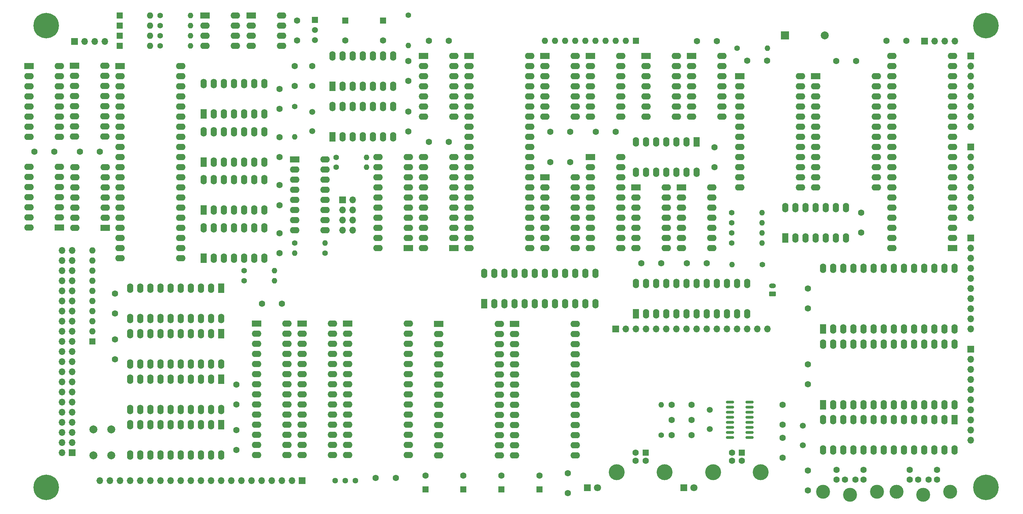
<source format=gbr>
%TF.GenerationSoftware,KiCad,Pcbnew,8.0.2-8.0.2-0~ubuntu20.04.1*%
%TF.CreationDate,2024-06-07T01:09:34+05:00*%
%TF.ProjectId,RedStar,52656453-7461-4722-9e6b-696361645f70,v1.5*%
%TF.SameCoordinates,Original*%
%TF.FileFunction,Soldermask,Top*%
%TF.FilePolarity,Negative*%
%FSLAX46Y46*%
G04 Gerber Fmt 4.6, Leading zero omitted, Abs format (unit mm)*
G04 Created by KiCad (PCBNEW 8.0.2-8.0.2-0~ubuntu20.04.1) date 2024-06-07 01:09:34*
%MOMM*%
%LPD*%
G01*
G04 APERTURE LIST*
G04 Aperture macros list*
%AMRoundRect*
0 Rectangle with rounded corners*
0 $1 Rounding radius*
0 $2 $3 $4 $5 $6 $7 $8 $9 X,Y pos of 4 corners*
0 Add a 4 corners polygon primitive as box body*
4,1,4,$2,$3,$4,$5,$6,$7,$8,$9,$2,$3,0*
0 Add four circle primitives for the rounded corners*
1,1,$1+$1,$2,$3*
1,1,$1+$1,$4,$5*
1,1,$1+$1,$6,$7*
1,1,$1+$1,$8,$9*
0 Add four rect primitives between the rounded corners*
20,1,$1+$1,$2,$3,$4,$5,0*
20,1,$1+$1,$4,$5,$6,$7,0*
20,1,$1+$1,$6,$7,$8,$9,0*
20,1,$1+$1,$8,$9,$2,$3,0*%
G04 Aperture macros list end*
%ADD10R,1.600000X2.400000*%
%ADD11O,1.600000X2.400000*%
%ADD12C,1.400000*%
%ADD13O,1.400000X1.400000*%
%ADD14C,1.600000*%
%ADD15R,1.500000X1.500000*%
%ADD16C,1.500000*%
%ADD17R,1.600000X1.600000*%
%ADD18R,2.400000X1.600000*%
%ADD19O,2.400000X1.600000*%
%ADD20O,1.600000X1.600000*%
%ADD21C,3.500000*%
%ADD22R,1.700000X1.700000*%
%ADD23O,1.700000X1.700000*%
%ADD24C,0.800000*%
%ADD25C,6.400000*%
%ADD26C,4.000000*%
%ADD27R,1.800000X1.800000*%
%ADD28C,1.800000*%
%ADD29C,1.440000*%
%ADD30R,2.000000X2.000000*%
%ADD31C,2.000000*%
%ADD32RoundRect,0.150000X-0.825000X-0.150000X0.825000X-0.150000X0.825000X0.150000X-0.825000X0.150000X0*%
%ADD33RoundRect,0.250000X0.625000X-0.350000X0.625000X0.350000X-0.625000X0.350000X-0.625000X-0.350000X0*%
%ADD34O,1.750000X1.200000*%
G04 APERTURE END LIST*
D10*
%TO.C,DD17*%
X120015000Y-130810000D03*
D11*
X122555000Y-130810000D03*
X125095000Y-130810000D03*
X127635000Y-130810000D03*
X130175000Y-130810000D03*
X132715000Y-130810000D03*
X135255000Y-130810000D03*
X135255000Y-123190000D03*
X132715000Y-123190000D03*
X130175000Y-123190000D03*
X127635000Y-123190000D03*
X125095000Y-123190000D03*
X122555000Y-123190000D03*
X120015000Y-123190000D03*
%TD*%
D12*
%TO.C,R19*%
X171375000Y-69835000D03*
D13*
X171375000Y-77455000D03*
%TD*%
D14*
%TO.C,C45*%
X242521500Y-167640000D03*
X237521500Y-167640000D03*
%TD*%
D10*
%TO.C,DD41*%
X124455000Y-138415000D03*
D11*
X121915000Y-138415000D03*
X119375000Y-138415000D03*
X116835000Y-138415000D03*
X114295000Y-138415000D03*
X111755000Y-138415000D03*
X109215000Y-138415000D03*
X106675000Y-138415000D03*
X104135000Y-138415000D03*
X101595000Y-138415000D03*
X101595000Y-146035000D03*
X104135000Y-146035000D03*
X106675000Y-146035000D03*
X109215000Y-146035000D03*
X111755000Y-146035000D03*
X114295000Y-146035000D03*
X116835000Y-146035000D03*
X119375000Y-146035000D03*
X121915000Y-146035000D03*
X124455000Y-146035000D03*
%TD*%
D15*
%TO.C,DA2*%
X147955000Y-70993000D03*
D16*
X147955000Y-73533000D03*
X147955000Y-76073000D03*
%TD*%
D14*
%TO.C,C22*%
X139065000Y-105410000D03*
X139065000Y-100410000D03*
%TD*%
%TO.C,C2*%
X142875000Y-87550000D03*
X142875000Y-82550000D03*
%TD*%
%TO.C,C24*%
X207090000Y-99060000D03*
X212090000Y-99060000D03*
%TD*%
D12*
%TO.C,R14*%
X153289000Y-105537000D03*
D13*
X160909000Y-105537000D03*
%TD*%
D17*
%TO.C,C39*%
X175693000Y-188920000D03*
D14*
X175693000Y-185420000D03*
%TD*%
D12*
%TO.C,R9*%
X109055000Y-77470000D03*
D13*
X116675000Y-77470000D03*
%TD*%
D14*
%TO.C,C17*%
X128270000Y-167600000D03*
X128270000Y-162600000D03*
%TD*%
D18*
%TO.C,DD37*%
X76200000Y-82550000D03*
D19*
X76200000Y-85090000D03*
X76200000Y-87630000D03*
X76200000Y-90170000D03*
X76200000Y-92710000D03*
X76200000Y-95250000D03*
X76200000Y-97790000D03*
X76200000Y-100330000D03*
X83820000Y-100330000D03*
X83820000Y-97790000D03*
X83820000Y-95250000D03*
X83820000Y-92710000D03*
X83820000Y-90170000D03*
X83820000Y-87630000D03*
X83820000Y-85090000D03*
X83820000Y-82550000D03*
%TD*%
D18*
%TO.C,DD1*%
X186690000Y-80010000D03*
D19*
X186690000Y-82550000D03*
X186690000Y-85090000D03*
X186690000Y-87630000D03*
X186690000Y-90170000D03*
X186690000Y-92710000D03*
X186690000Y-95250000D03*
X186690000Y-97790000D03*
X186690000Y-100330000D03*
X186690000Y-102870000D03*
X186690000Y-105410000D03*
X186690000Y-107950000D03*
X186690000Y-110490000D03*
X186690000Y-113030000D03*
X186690000Y-115570000D03*
X186690000Y-118110000D03*
X186690000Y-120650000D03*
X186690000Y-123190000D03*
X186690000Y-125730000D03*
X186690000Y-128270000D03*
X201930000Y-128270000D03*
X201930000Y-125730000D03*
X201930000Y-123190000D03*
X201930000Y-120650000D03*
X201930000Y-118110000D03*
X201930000Y-115570000D03*
X201930000Y-113030000D03*
X201930000Y-110490000D03*
X201930000Y-107950000D03*
X201930000Y-105410000D03*
X201930000Y-102870000D03*
X201930000Y-100330000D03*
X201930000Y-97790000D03*
X201930000Y-95250000D03*
X201930000Y-92710000D03*
X201930000Y-90170000D03*
X201930000Y-87630000D03*
X201930000Y-85090000D03*
X201930000Y-82550000D03*
X201930000Y-80010000D03*
%TD*%
D17*
%TO.C,VD3*%
X98895000Y-74930000D03*
D20*
X106515000Y-74930000D03*
%TD*%
D14*
%TO.C,C13*%
X171450000Y-99020000D03*
X171450000Y-94020000D03*
%TD*%
%TO.C,J2*%
X299436000Y-186484000D03*
X302036000Y-186484000D03*
D21*
X307486000Y-189484000D03*
X300736000Y-190284000D03*
D14*
X297336000Y-186484000D03*
D21*
X293986000Y-189484000D03*
D14*
X304136000Y-186484000D03*
X297336000Y-183984000D03*
X304136000Y-183984000D03*
%TD*%
%TO.C,C10*%
X97790000Y-144740000D03*
X97790000Y-139740000D03*
%TD*%
D12*
%TO.C,R8*%
X109055000Y-74930000D03*
D13*
X116675000Y-74930000D03*
%TD*%
D12*
%TO.C,R7*%
X109055000Y-72390000D03*
D13*
X116675000Y-72390000D03*
%TD*%
D14*
%TO.C,J1*%
X281036000Y-186484000D03*
X283636000Y-186484000D03*
D21*
X289086000Y-189484000D03*
X282336000Y-190284000D03*
D14*
X278936000Y-186484000D03*
D21*
X275586000Y-189484000D03*
D14*
X285736000Y-186484000D03*
X278936000Y-183984000D03*
X285736000Y-183984000D03*
%TD*%
D22*
%TO.C,J3*%
X154940000Y-116205000D03*
D23*
X157480000Y-116205000D03*
X154940000Y-118745000D03*
X157480000Y-118745000D03*
X154940000Y-121285000D03*
X157480000Y-121285000D03*
X154940000Y-123825000D03*
X157480000Y-123825000D03*
%TD*%
D12*
%TO.C,R16*%
X142875000Y-127000000D03*
D13*
X150495000Y-127000000D03*
%TD*%
D14*
%TO.C,C5*%
X207050000Y-106680000D03*
X212050000Y-106680000D03*
%TD*%
%TO.C,C11*%
X285115000Y-124380000D03*
X285115000Y-119380000D03*
%TD*%
D24*
%TO.C,H2*%
X314070000Y-72400000D03*
X314772944Y-70702944D03*
X314772944Y-74097056D03*
X316470000Y-70000000D03*
D25*
X316470000Y-72400000D03*
D24*
X316470000Y-74800000D03*
X318167056Y-70702944D03*
X318167056Y-74097056D03*
X318870000Y-72400000D03*
%TD*%
D12*
%TO.C,R4*%
X252603000Y-127000000D03*
D13*
X260223000Y-127000000D03*
%TD*%
D10*
%TO.C,DD34*%
X275590000Y-148595000D03*
D11*
X278130000Y-148595000D03*
X280670000Y-148595000D03*
X283210000Y-148595000D03*
X285750000Y-148595000D03*
X288290000Y-148595000D03*
X290830000Y-148595000D03*
X293370000Y-148595000D03*
X295910000Y-148595000D03*
X298450000Y-148595000D03*
X300990000Y-148595000D03*
X303530000Y-148595000D03*
X306070000Y-148595000D03*
X308610000Y-148595000D03*
X308610000Y-133355000D03*
X306070000Y-133355000D03*
X303530000Y-133355000D03*
X300990000Y-133355000D03*
X298450000Y-133355000D03*
X295910000Y-133355000D03*
X293370000Y-133355000D03*
X290830000Y-133355000D03*
X288290000Y-133355000D03*
X285750000Y-133355000D03*
X283210000Y-133355000D03*
X280670000Y-133355000D03*
X278130000Y-133355000D03*
X275590000Y-133355000D03*
%TD*%
D14*
%TO.C,C25*%
X77545000Y-104130000D03*
X82545000Y-104130000D03*
%TD*%
D10*
%TO.C,DD19*%
X120010000Y-106695000D03*
D11*
X122550000Y-106695000D03*
X125090000Y-106695000D03*
X127630000Y-106695000D03*
X130170000Y-106695000D03*
X132710000Y-106695000D03*
X135250000Y-106695000D03*
X135250000Y-99075000D03*
X132710000Y-99075000D03*
X130170000Y-99075000D03*
X127630000Y-99075000D03*
X125090000Y-99075000D03*
X122550000Y-99075000D03*
X120010000Y-99075000D03*
%TD*%
D17*
%TO.C,C37*%
X155575000Y-71120000D03*
D14*
X155575000Y-76120000D03*
%TD*%
D12*
%TO.C,R5*%
X252603000Y-124460000D03*
D13*
X260223000Y-124460000D03*
%TD*%
D17*
%TO.C,VD2*%
X98895000Y-72390000D03*
D20*
X106515000Y-72390000D03*
%TD*%
D18*
%TO.C,DD14*%
X242570000Y-80010000D03*
D19*
X242570000Y-82550000D03*
X242570000Y-85090000D03*
X242570000Y-87630000D03*
X242570000Y-90170000D03*
X242570000Y-92710000D03*
X242570000Y-95250000D03*
X250190000Y-95250000D03*
X250190000Y-92710000D03*
X250190000Y-90170000D03*
X250190000Y-87630000D03*
X250190000Y-85090000D03*
X250190000Y-82550000D03*
X250190000Y-80010000D03*
%TD*%
D18*
%TO.C,DD13*%
X240030000Y-113030000D03*
D19*
X240030000Y-115570000D03*
X240030000Y-118110000D03*
X240030000Y-120650000D03*
X240030000Y-123190000D03*
X240030000Y-125730000D03*
X240030000Y-128270000D03*
X247650000Y-128270000D03*
X247650000Y-125730000D03*
X247650000Y-123190000D03*
X247650000Y-120650000D03*
X247650000Y-118110000D03*
X247650000Y-115570000D03*
X247650000Y-113030000D03*
%TD*%
D17*
%TO.C,J13*%
X231014000Y-179734500D03*
D14*
X228514000Y-179734500D03*
X228514000Y-181734500D03*
X231014000Y-181734500D03*
D26*
X235764000Y-184594500D03*
X223764000Y-184594500D03*
%TD*%
D10*
%TO.C,DD8*%
X266065000Y-125730000D03*
D11*
X268605000Y-125730000D03*
X271145000Y-125730000D03*
X273685000Y-125730000D03*
X276225000Y-125730000D03*
X278765000Y-125730000D03*
X281305000Y-125730000D03*
X281305000Y-118110000D03*
X278765000Y-118110000D03*
X276225000Y-118110000D03*
X273685000Y-118110000D03*
X271145000Y-118110000D03*
X268605000Y-118110000D03*
X266065000Y-118110000D03*
%TD*%
D18*
%TO.C,DD7*%
X205740000Y-80010000D03*
D19*
X205740000Y-82550000D03*
X205740000Y-85090000D03*
X205740000Y-87630000D03*
X205740000Y-90170000D03*
X205740000Y-92710000D03*
X205740000Y-95250000D03*
X213360000Y-95250000D03*
X213360000Y-92710000D03*
X213360000Y-90170000D03*
X213360000Y-87630000D03*
X213360000Y-85090000D03*
X213360000Y-82550000D03*
X213360000Y-80010000D03*
%TD*%
D14*
%TO.C,C30*%
X88975000Y-104130000D03*
X93975000Y-104130000D03*
%TD*%
%TO.C,C35*%
X271780000Y-143470000D03*
X271780000Y-138470000D03*
%TD*%
D18*
%TO.C,DD29*%
X254635000Y-85095000D03*
D19*
X254635000Y-87635000D03*
X254635000Y-90175000D03*
X254635000Y-92715000D03*
X254635000Y-95255000D03*
X254635000Y-97795000D03*
X254635000Y-100335000D03*
X254635000Y-102875000D03*
X254635000Y-105415000D03*
X254635000Y-107955000D03*
X254635000Y-110495000D03*
X254635000Y-113035000D03*
X269875000Y-113035000D03*
X269875000Y-110495000D03*
X269875000Y-107955000D03*
X269875000Y-105415000D03*
X269875000Y-102875000D03*
X269875000Y-100335000D03*
X269875000Y-97795000D03*
X269875000Y-95255000D03*
X269875000Y-92715000D03*
X269875000Y-90175000D03*
X269875000Y-87635000D03*
X269875000Y-85095000D03*
%TD*%
D12*
%TO.C,R12*%
X130175000Y-133985000D03*
D13*
X137795000Y-133985000D03*
%TD*%
D17*
%TO.C,C40*%
X185243000Y-188920000D03*
D14*
X185243000Y-185420000D03*
%TD*%
D17*
%TO.C,RN2*%
X92075000Y-151765000D03*
D20*
X92075000Y-149225000D03*
X92075000Y-146685000D03*
X92075000Y-144145000D03*
X92075000Y-141605000D03*
X92075000Y-139065000D03*
X92075000Y-136525000D03*
X92075000Y-133985000D03*
X92075000Y-131445000D03*
X92075000Y-128905000D03*
%TD*%
D14*
%TO.C,C27*%
X134700000Y-142240000D03*
X139700000Y-142240000D03*
%TD*%
D18*
%TO.C,DD24*%
X144705000Y-147305000D03*
D19*
X144705000Y-149845000D03*
X144705000Y-152385000D03*
X144705000Y-154925000D03*
X144705000Y-157465000D03*
X144705000Y-160005000D03*
X144705000Y-162545000D03*
X144705000Y-165085000D03*
X144705000Y-167625000D03*
X144705000Y-170165000D03*
X144705000Y-172705000D03*
X144705000Y-175245000D03*
X144705000Y-177785000D03*
X144705000Y-180325000D03*
X152325000Y-180325000D03*
X152325000Y-177785000D03*
X152325000Y-175245000D03*
X152325000Y-172705000D03*
X152325000Y-170165000D03*
X152325000Y-167625000D03*
X152325000Y-165085000D03*
X152325000Y-162545000D03*
X152325000Y-160005000D03*
X152325000Y-157465000D03*
X152325000Y-154925000D03*
X152325000Y-152385000D03*
X152325000Y-149845000D03*
X152325000Y-147305000D03*
%TD*%
D12*
%TO.C,R10*%
X150495000Y-129540000D03*
D13*
X142875000Y-129540000D03*
%TD*%
D22*
%TO.C,J10*%
X301000000Y-76327000D03*
D23*
X303540000Y-76327000D03*
X306080000Y-76327000D03*
X308620000Y-76327000D03*
%TD*%
D17*
%TO.C,VD1*%
X98895000Y-69850000D03*
D20*
X106515000Y-69850000D03*
%TD*%
D14*
%TO.C,C21*%
X97790000Y-156210000D03*
X97790000Y-151210000D03*
%TD*%
%TO.C,C18*%
X229910000Y-132080000D03*
X234910000Y-132080000D03*
%TD*%
%TO.C,C12*%
X218480000Y-99060000D03*
X223480000Y-99060000D03*
%TD*%
D24*
%TO.C,H1*%
X78070000Y-72400000D03*
X78772944Y-70702944D03*
X78772944Y-74097056D03*
X80470000Y-70000000D03*
D25*
X80470000Y-72400000D03*
D24*
X80470000Y-74800000D03*
X82167056Y-70702944D03*
X82167056Y-74097056D03*
X82870000Y-72400000D03*
%TD*%
D14*
%TO.C,C23*%
X211455000Y-189825000D03*
X211455000Y-184825000D03*
%TD*%
D27*
%TO.C,LED1*%
X216353000Y-188500500D03*
D28*
X218893000Y-188500500D03*
%TD*%
D24*
%TO.C,H3*%
X314070000Y-188400000D03*
X314772944Y-186702944D03*
X314772944Y-190097056D03*
X316470000Y-186000000D03*
D25*
X316470000Y-188400000D03*
D24*
X316470000Y-190800000D03*
X318167056Y-186702944D03*
X318167056Y-190097056D03*
X318870000Y-188400000D03*
%TD*%
D12*
%TO.C,R6*%
X109055000Y-69850000D03*
D13*
X116675000Y-69850000D03*
%TD*%
D14*
%TO.C,C31*%
X271705000Y-189175000D03*
X271705000Y-184175000D03*
%TD*%
D17*
%TO.C,C41*%
X194793000Y-188920000D03*
D14*
X194793000Y-185420000D03*
%TD*%
D10*
%TO.C,DD40*%
X124455000Y-149845000D03*
D11*
X121915000Y-149845000D03*
X119375000Y-149845000D03*
X116835000Y-149845000D03*
X114295000Y-149845000D03*
X111755000Y-149845000D03*
X109215000Y-149845000D03*
X106675000Y-149845000D03*
X104135000Y-149845000D03*
X101595000Y-149845000D03*
X101595000Y-157465000D03*
X104135000Y-157465000D03*
X106675000Y-157465000D03*
X109215000Y-157465000D03*
X111755000Y-157465000D03*
X114295000Y-157465000D03*
X116835000Y-157465000D03*
X119375000Y-157465000D03*
X121915000Y-157465000D03*
X124455000Y-157465000D03*
%TD*%
D18*
%TO.C,DD28*%
X308045000Y-128275000D03*
D19*
X308045000Y-125735000D03*
X308045000Y-123195000D03*
X308045000Y-120655000D03*
X308045000Y-118115000D03*
X308045000Y-115575000D03*
X308045000Y-113035000D03*
X308045000Y-110495000D03*
X308045000Y-107955000D03*
X308045000Y-105415000D03*
X308045000Y-102875000D03*
X308045000Y-100335000D03*
X308045000Y-97795000D03*
X308045000Y-95255000D03*
X308045000Y-92715000D03*
X308045000Y-90175000D03*
X308045000Y-87635000D03*
X308045000Y-85095000D03*
X308045000Y-82555000D03*
X308045000Y-80015000D03*
X292805000Y-80015000D03*
X292805000Y-82555000D03*
X292805000Y-85095000D03*
X292805000Y-87635000D03*
X292805000Y-90175000D03*
X292805000Y-92715000D03*
X292805000Y-95255000D03*
X292805000Y-97795000D03*
X292805000Y-100335000D03*
X292805000Y-102875000D03*
X292805000Y-105415000D03*
X292805000Y-107955000D03*
X292805000Y-110495000D03*
X292805000Y-113035000D03*
X292805000Y-115575000D03*
X292805000Y-118115000D03*
X292805000Y-120655000D03*
X292805000Y-123195000D03*
X292805000Y-125735000D03*
X292805000Y-128275000D03*
%TD*%
D18*
%TO.C,DD21*%
X217170000Y-105410000D03*
D19*
X217170000Y-107950000D03*
X217170000Y-110490000D03*
X217170000Y-113030000D03*
X217170000Y-115570000D03*
X217170000Y-118110000D03*
X217170000Y-120650000D03*
X217170000Y-123190000D03*
X217170000Y-125730000D03*
X217170000Y-128270000D03*
X224790000Y-128270000D03*
X224790000Y-125730000D03*
X224790000Y-123190000D03*
X224790000Y-120650000D03*
X224790000Y-118110000D03*
X224790000Y-115570000D03*
X224790000Y-113030000D03*
X224790000Y-110490000D03*
X224790000Y-107950000D03*
X224790000Y-105410000D03*
%TD*%
D18*
%TO.C,DD44*%
X131915000Y-69850000D03*
D19*
X131915000Y-72390000D03*
X131915000Y-74930000D03*
X131915000Y-77470000D03*
X139535000Y-77470000D03*
X139535000Y-74930000D03*
X139535000Y-72390000D03*
X139535000Y-69850000D03*
%TD*%
D17*
%TO.C,VD4*%
X98895000Y-77470000D03*
D20*
X106515000Y-77470000D03*
%TD*%
D14*
%TO.C,C14*%
X243880000Y-76332000D03*
X248880000Y-76332000D03*
%TD*%
D10*
%TO.C,DD2*%
X152400000Y-100330000D03*
D11*
X154940000Y-100330000D03*
X157480000Y-100330000D03*
X160020000Y-100330000D03*
X162560000Y-100330000D03*
X165100000Y-100330000D03*
X167640000Y-100330000D03*
X167640000Y-92710000D03*
X165100000Y-92710000D03*
X162560000Y-92710000D03*
X160020000Y-92710000D03*
X157480000Y-92710000D03*
X154940000Y-92710000D03*
X152400000Y-92710000D03*
%TD*%
D10*
%TO.C,DD42*%
X228595000Y-144795000D03*
D11*
X231135000Y-144795000D03*
X233675000Y-144795000D03*
X236215000Y-144795000D03*
X238755000Y-144795000D03*
X241295000Y-144795000D03*
X243835000Y-144795000D03*
X246375000Y-144795000D03*
X248915000Y-144795000D03*
X251455000Y-144795000D03*
X253995000Y-144795000D03*
X256535000Y-144795000D03*
X256535000Y-137175000D03*
X253995000Y-137175000D03*
X251455000Y-137175000D03*
X248915000Y-137175000D03*
X246375000Y-137175000D03*
X243835000Y-137175000D03*
X241295000Y-137175000D03*
X238755000Y-137175000D03*
X236215000Y-137175000D03*
X233675000Y-137175000D03*
X231135000Y-137175000D03*
X228595000Y-137175000D03*
%TD*%
D10*
%TO.C,DD38*%
X124455000Y-172705000D03*
D11*
X121915000Y-172705000D03*
X119375000Y-172705000D03*
X116835000Y-172705000D03*
X114295000Y-172705000D03*
X111755000Y-172705000D03*
X109215000Y-172705000D03*
X106675000Y-172705000D03*
X104135000Y-172705000D03*
X101595000Y-172705000D03*
X101595000Y-180325000D03*
X104135000Y-180325000D03*
X106675000Y-180325000D03*
X109215000Y-180325000D03*
X111755000Y-180325000D03*
X114295000Y-180325000D03*
X116835000Y-180325000D03*
X119375000Y-180325000D03*
X121915000Y-180325000D03*
X124455000Y-180325000D03*
%TD*%
D22*
%TO.C,J4*%
X223520000Y-148590000D03*
D23*
X226060000Y-148590000D03*
X228600000Y-148590000D03*
X231140000Y-148590000D03*
X233680000Y-148590000D03*
X236220000Y-148590000D03*
X238760000Y-148590000D03*
X241300000Y-148590000D03*
X243840000Y-148590000D03*
X246380000Y-148590000D03*
X248920000Y-148590000D03*
X251460000Y-148590000D03*
X254000000Y-148590000D03*
X256540000Y-148590000D03*
X259080000Y-148590000D03*
X261620000Y-148590000D03*
%TD*%
D14*
%TO.C,C3*%
X265350000Y-175935000D03*
X265350000Y-180935000D03*
%TD*%
D18*
%TO.C,DD32*%
X198120000Y-147320000D03*
D19*
X198120000Y-149860000D03*
X198120000Y-152400000D03*
X198120000Y-154940000D03*
X198120000Y-157480000D03*
X198120000Y-160020000D03*
X198120000Y-162560000D03*
X198120000Y-165100000D03*
X198120000Y-167640000D03*
X198120000Y-170180000D03*
X198120000Y-172720000D03*
X198120000Y-175260000D03*
X198120000Y-177800000D03*
X198120000Y-180340000D03*
X213360000Y-180340000D03*
X213360000Y-177800000D03*
X213360000Y-175260000D03*
X213360000Y-172720000D03*
X213360000Y-170180000D03*
X213360000Y-167640000D03*
X213360000Y-165100000D03*
X213360000Y-162560000D03*
X213360000Y-160020000D03*
X213360000Y-157480000D03*
X213360000Y-154940000D03*
X213360000Y-152400000D03*
X213360000Y-149860000D03*
X213360000Y-147320000D03*
%TD*%
D18*
%TO.C,DD20*%
X205740000Y-110490000D03*
D19*
X205740000Y-113030000D03*
X205740000Y-115570000D03*
X205740000Y-118110000D03*
X205740000Y-120650000D03*
X205740000Y-123190000D03*
X205740000Y-125730000D03*
X205740000Y-128270000D03*
X213360000Y-128270000D03*
X213360000Y-125730000D03*
X213360000Y-123190000D03*
X213360000Y-120650000D03*
X213360000Y-118110000D03*
X213360000Y-115570000D03*
X213360000Y-113030000D03*
X213360000Y-110490000D03*
%TD*%
D18*
%TO.C,DD27*%
X99060000Y-82550000D03*
D19*
X99060000Y-85090000D03*
X99060000Y-87630000D03*
X99060000Y-90170000D03*
X99060000Y-92710000D03*
X99060000Y-95250000D03*
X99060000Y-97790000D03*
X99060000Y-100330000D03*
X99060000Y-102870000D03*
X99060000Y-105410000D03*
X99060000Y-107950000D03*
X99060000Y-110490000D03*
X99060000Y-113030000D03*
X99060000Y-115570000D03*
X99060000Y-118110000D03*
X99060000Y-120650000D03*
X99060000Y-123190000D03*
X99060000Y-125730000D03*
X99060000Y-128270000D03*
X99060000Y-130810000D03*
X114300000Y-130810000D03*
X114300000Y-128270000D03*
X114300000Y-125730000D03*
X114300000Y-123190000D03*
X114300000Y-120650000D03*
X114300000Y-118110000D03*
X114300000Y-115570000D03*
X114300000Y-113030000D03*
X114300000Y-110490000D03*
X114300000Y-107950000D03*
X114300000Y-105410000D03*
X114300000Y-102870000D03*
X114300000Y-100330000D03*
X114300000Y-97790000D03*
X114300000Y-95250000D03*
X114300000Y-92710000D03*
X114300000Y-90170000D03*
X114300000Y-87630000D03*
X114300000Y-85090000D03*
X114300000Y-82550000D03*
%TD*%
D18*
%TO.C,DD43*%
X120315000Y-69850000D03*
D19*
X120315000Y-72390000D03*
X120315000Y-74930000D03*
X120315000Y-77470000D03*
X127935000Y-77470000D03*
X127935000Y-74930000D03*
X127935000Y-72390000D03*
X127935000Y-69850000D03*
%TD*%
D29*
%TO.C,RV1*%
X158115000Y-186690000D03*
X155575000Y-186690000D03*
X153035000Y-186690000D03*
%TD*%
D10*
%TO.C,DD3*%
X152400000Y-87630000D03*
D11*
X154940000Y-87630000D03*
X157480000Y-87630000D03*
X160020000Y-87630000D03*
X162560000Y-87630000D03*
X165100000Y-87630000D03*
X167640000Y-87630000D03*
X167640000Y-80010000D03*
X165100000Y-80010000D03*
X162560000Y-80010000D03*
X160020000Y-80010000D03*
X157480000Y-80010000D03*
X154940000Y-80010000D03*
X152400000Y-80010000D03*
%TD*%
D18*
%TO.C,DD31*%
X179070000Y-147320000D03*
D19*
X179070000Y-149860000D03*
X179070000Y-152400000D03*
X179070000Y-154940000D03*
X179070000Y-157480000D03*
X179070000Y-160020000D03*
X179070000Y-162560000D03*
X179070000Y-165100000D03*
X179070000Y-167640000D03*
X179070000Y-170180000D03*
X179070000Y-172720000D03*
X179070000Y-175260000D03*
X179070000Y-177800000D03*
X179070000Y-180340000D03*
X194310000Y-180340000D03*
X194310000Y-177800000D03*
X194310000Y-175260000D03*
X194310000Y-172720000D03*
X194310000Y-170180000D03*
X194310000Y-167640000D03*
X194310000Y-165100000D03*
X194310000Y-162560000D03*
X194310000Y-160020000D03*
X194310000Y-157480000D03*
X194310000Y-154940000D03*
X194310000Y-152400000D03*
X194310000Y-149860000D03*
X194310000Y-147320000D03*
%TD*%
D14*
%TO.C,C26*%
X163235000Y-186055000D03*
X168235000Y-186055000D03*
%TD*%
%TO.C,C4*%
X265350000Y-172680000D03*
X265350000Y-167680000D03*
%TD*%
%TO.C,C32*%
X278845000Y-81280000D03*
X283845000Y-81280000D03*
%TD*%
D18*
%TO.C,DD4*%
X175260000Y-80010000D03*
D19*
X175260000Y-82550000D03*
X175260000Y-85090000D03*
X175260000Y-87630000D03*
X175260000Y-90170000D03*
X175260000Y-92710000D03*
X175260000Y-95250000D03*
X182880000Y-95250000D03*
X182880000Y-92710000D03*
X182880000Y-90170000D03*
X182880000Y-87630000D03*
X182880000Y-85090000D03*
X182880000Y-82550000D03*
X182880000Y-80010000D03*
%TD*%
D18*
%TO.C,DD22*%
X142875000Y-106045000D03*
D19*
X142875000Y-108585000D03*
X142875000Y-111125000D03*
X142875000Y-113665000D03*
X142875000Y-116205000D03*
X142875000Y-118745000D03*
X142875000Y-121285000D03*
X142875000Y-123825000D03*
X150495000Y-123825000D03*
X150495000Y-121285000D03*
X150495000Y-118745000D03*
X150495000Y-116205000D03*
X150495000Y-113665000D03*
X150495000Y-111125000D03*
X150495000Y-108585000D03*
X150495000Y-106045000D03*
%TD*%
D12*
%TO.C,R2*%
X252603000Y-119380000D03*
D13*
X260223000Y-119380000D03*
%TD*%
D17*
%TO.C,C42*%
X204343000Y-188920000D03*
D14*
X204343000Y-185420000D03*
%TD*%
%TO.C,C36*%
X143510000Y-71120000D03*
X143510000Y-76120000D03*
%TD*%
%TO.C,C33*%
X291465000Y-76200000D03*
X296465000Y-76200000D03*
%TD*%
D10*
%TO.C,DD45*%
X243840000Y-101600000D03*
D11*
X241300000Y-101600000D03*
X238760000Y-101600000D03*
X236220000Y-101600000D03*
X233680000Y-101600000D03*
X231140000Y-101600000D03*
X228600000Y-101600000D03*
X228600000Y-109220000D03*
X231140000Y-109220000D03*
X233680000Y-109220000D03*
X236220000Y-109220000D03*
X238760000Y-109220000D03*
X241300000Y-109220000D03*
X243840000Y-109220000D03*
%TD*%
D18*
%TO.C,DD10*%
X217170000Y-80010000D03*
D19*
X217170000Y-82550000D03*
X217170000Y-85090000D03*
X217170000Y-87630000D03*
X217170000Y-90170000D03*
X217170000Y-92710000D03*
X217170000Y-95250000D03*
X224790000Y-95250000D03*
X224790000Y-92710000D03*
X224790000Y-90170000D03*
X224790000Y-87630000D03*
X224790000Y-85090000D03*
X224790000Y-82550000D03*
X224790000Y-80010000D03*
%TD*%
D10*
%TO.C,DD35*%
X308600000Y-171435000D03*
D11*
X306060000Y-171435000D03*
X303520000Y-171435000D03*
X300980000Y-171435000D03*
X298440000Y-171435000D03*
X295900000Y-171435000D03*
X293360000Y-171435000D03*
X290820000Y-171435000D03*
X288280000Y-171435000D03*
X285740000Y-171435000D03*
X283200000Y-171435000D03*
X280660000Y-171435000D03*
X278120000Y-171435000D03*
X275580000Y-171435000D03*
X275580000Y-179055000D03*
X278120000Y-179055000D03*
X280660000Y-179055000D03*
X283200000Y-179055000D03*
X285740000Y-179055000D03*
X288280000Y-179055000D03*
X290820000Y-179055000D03*
X293360000Y-179055000D03*
X295900000Y-179055000D03*
X298440000Y-179055000D03*
X300980000Y-179055000D03*
X303520000Y-179055000D03*
X306060000Y-179055000D03*
X308600000Y-179055000D03*
%TD*%
D18*
%TO.C,DD23*%
X133275000Y-147305000D03*
D19*
X133275000Y-149845000D03*
X133275000Y-152385000D03*
X133275000Y-154925000D03*
X133275000Y-157465000D03*
X133275000Y-160005000D03*
X133275000Y-162545000D03*
X133275000Y-165085000D03*
X133275000Y-167625000D03*
X133275000Y-170165000D03*
X133275000Y-172705000D03*
X133275000Y-175245000D03*
X133275000Y-177785000D03*
X133275000Y-180325000D03*
X140895000Y-180325000D03*
X140895000Y-177785000D03*
X140895000Y-175245000D03*
X140895000Y-172705000D03*
X140895000Y-170165000D03*
X140895000Y-167625000D03*
X140895000Y-165085000D03*
X140895000Y-162545000D03*
X140895000Y-160005000D03*
X140895000Y-157465000D03*
X140895000Y-154925000D03*
X140895000Y-152385000D03*
X140895000Y-149845000D03*
X140895000Y-147305000D03*
%TD*%
D22*
%TO.C,J7*%
X312617000Y-80015000D03*
D23*
X312617000Y-82555000D03*
X312617000Y-85095000D03*
X312617000Y-87635000D03*
X312617000Y-90175000D03*
X312617000Y-92715000D03*
X312617000Y-95255000D03*
X312617000Y-97795000D03*
%TD*%
D10*
%TO.C,DD26*%
X190500000Y-142240000D03*
D11*
X193040000Y-142240000D03*
X195580000Y-142240000D03*
X198120000Y-142240000D03*
X200660000Y-142240000D03*
X203200000Y-142240000D03*
X205740000Y-142240000D03*
X208280000Y-142240000D03*
X210820000Y-142240000D03*
X213360000Y-142240000D03*
X215900000Y-142240000D03*
X218440000Y-142240000D03*
X218440000Y-134620000D03*
X215900000Y-134620000D03*
X213360000Y-134620000D03*
X210820000Y-134620000D03*
X208280000Y-134620000D03*
X205740000Y-134620000D03*
X203200000Y-134620000D03*
X200660000Y-134620000D03*
X198120000Y-134620000D03*
X195580000Y-134620000D03*
X193040000Y-134620000D03*
X190500000Y-134620000D03*
%TD*%
D17*
%TO.C,J12*%
X255175000Y-179734500D03*
D14*
X252675000Y-179734500D03*
X252675000Y-181734500D03*
X255175000Y-181734500D03*
D26*
X259925000Y-184594500D03*
X247925000Y-184594500D03*
%TD*%
D14*
%TO.C,C28*%
X256505000Y-81265000D03*
X261505000Y-81265000D03*
%TD*%
D22*
%TO.C,J8*%
X312617000Y-153675000D03*
D23*
X312617000Y-156215000D03*
X312617000Y-158755000D03*
X312617000Y-161295000D03*
X312617000Y-163835000D03*
X312617000Y-166375000D03*
X312617000Y-168915000D03*
X312617000Y-171455000D03*
X312617000Y-173995000D03*
X312617000Y-176535000D03*
%TD*%
D18*
%TO.C,DD12*%
X83815000Y-123180000D03*
D19*
X83815000Y-120640000D03*
X83815000Y-118100000D03*
X83815000Y-115560000D03*
X83815000Y-113020000D03*
X83815000Y-110480000D03*
X83815000Y-107940000D03*
X76195000Y-107940000D03*
X76195000Y-110480000D03*
X76195000Y-113020000D03*
X76195000Y-115560000D03*
X76195000Y-118100000D03*
X76195000Y-120640000D03*
X76195000Y-123180000D03*
%TD*%
D14*
%TO.C,C8*%
X248285000Y-107950000D03*
X248285000Y-102950000D03*
%TD*%
%TO.C,C29*%
X128270000Y-178990000D03*
X128270000Y-173990000D03*
%TD*%
D12*
%TO.C,R13*%
X130175000Y-136525000D03*
D13*
X137795000Y-136525000D03*
%TD*%
D17*
%TO.C,C38*%
X165025000Y-71120000D03*
D14*
X165025000Y-76120000D03*
%TD*%
D10*
%TO.C,DD18*%
X120015000Y-118745000D03*
D11*
X122555000Y-118745000D03*
X125095000Y-118745000D03*
X127635000Y-118745000D03*
X130175000Y-118745000D03*
X132715000Y-118745000D03*
X135255000Y-118745000D03*
X135255000Y-111125000D03*
X132715000Y-111125000D03*
X130175000Y-111125000D03*
X127635000Y-111125000D03*
X125095000Y-111125000D03*
X122555000Y-111125000D03*
X120015000Y-111125000D03*
%TD*%
D12*
%TO.C,R18*%
X260350000Y-132461000D03*
D13*
X252730000Y-132461000D03*
%TD*%
D18*
%TO.C,DD9*%
X228600000Y-113030000D03*
D19*
X228600000Y-115570000D03*
X228600000Y-118110000D03*
X228600000Y-120650000D03*
X228600000Y-123190000D03*
X228600000Y-125730000D03*
X228600000Y-128270000D03*
X236220000Y-128270000D03*
X236220000Y-125730000D03*
X236220000Y-123190000D03*
X236220000Y-120650000D03*
X236220000Y-118110000D03*
X236220000Y-115570000D03*
X236220000Y-113030000D03*
%TD*%
D30*
%TO.C,BZ1*%
X265990000Y-74915000D03*
D31*
X275990000Y-74915000D03*
%TD*%
D22*
%TO.C,J9*%
X312617000Y-125735000D03*
D23*
X312617000Y-128275000D03*
X312617000Y-130815000D03*
X312617000Y-133355000D03*
X312617000Y-135895000D03*
X312617000Y-138435000D03*
X312617000Y-140975000D03*
X312617000Y-143515000D03*
X312617000Y-146055000D03*
X312617000Y-148595000D03*
%TD*%
D17*
%TO.C,RN1*%
X228600000Y-76200000D03*
D20*
X226060000Y-76200000D03*
X223520000Y-76200000D03*
X220980000Y-76200000D03*
X218440000Y-76200000D03*
X215900000Y-76200000D03*
X213360000Y-76200000D03*
X210820000Y-76200000D03*
X208280000Y-76200000D03*
X205740000Y-76200000D03*
%TD*%
D16*
%TO.C,Y2*%
X270510000Y-177800000D03*
X270510000Y-172920000D03*
%TD*%
D14*
%TO.C,C6*%
X171450000Y-86320000D03*
X171450000Y-81320000D03*
%TD*%
D18*
%TO.C,DD30*%
X273685000Y-85095000D03*
D19*
X273685000Y-87635000D03*
X273685000Y-90175000D03*
X273685000Y-92715000D03*
X273685000Y-95255000D03*
X273685000Y-97795000D03*
X273685000Y-100335000D03*
X273685000Y-102875000D03*
X273685000Y-105415000D03*
X273685000Y-107955000D03*
X273685000Y-110495000D03*
X273685000Y-113035000D03*
X288925000Y-113035000D03*
X288925000Y-110495000D03*
X288925000Y-107955000D03*
X288925000Y-105415000D03*
X288925000Y-102875000D03*
X288925000Y-100335000D03*
X288925000Y-97795000D03*
X288925000Y-95255000D03*
X288925000Y-92715000D03*
X288925000Y-90175000D03*
X288925000Y-87635000D03*
X288925000Y-85095000D03*
%TD*%
D14*
%TO.C,C9*%
X139065000Y-129540000D03*
X139065000Y-124540000D03*
%TD*%
D10*
%TO.C,DD39*%
X124455000Y-161260000D03*
D11*
X121915000Y-161260000D03*
X119375000Y-161260000D03*
X116835000Y-161260000D03*
X114295000Y-161260000D03*
X111755000Y-161260000D03*
X109215000Y-161260000D03*
X106675000Y-161260000D03*
X104135000Y-161260000D03*
X101595000Y-161260000D03*
X101595000Y-168880000D03*
X104135000Y-168880000D03*
X106675000Y-168880000D03*
X109215000Y-168880000D03*
X111755000Y-168880000D03*
X114295000Y-168880000D03*
X116835000Y-168880000D03*
X119375000Y-168880000D03*
X121915000Y-168880000D03*
X124455000Y-168880000D03*
%TD*%
D18*
%TO.C,DD11*%
X95260000Y-123185000D03*
D19*
X95260000Y-120645000D03*
X95260000Y-118105000D03*
X95260000Y-115565000D03*
X95260000Y-113025000D03*
X95260000Y-110485000D03*
X95260000Y-107945000D03*
X87640000Y-107945000D03*
X87640000Y-110485000D03*
X87640000Y-113025000D03*
X87640000Y-115565000D03*
X87640000Y-118105000D03*
X87640000Y-120645000D03*
X87640000Y-123185000D03*
%TD*%
D12*
%TO.C,R3*%
X252603000Y-121920000D03*
D13*
X260223000Y-121920000D03*
%TD*%
D14*
%TO.C,C1*%
X147320000Y-87550000D03*
X147320000Y-82550000D03*
%TD*%
%TO.C,C7*%
X176570000Y-76200000D03*
X181570000Y-76200000D03*
%TD*%
%TO.C,C16*%
X139065000Y-117515000D03*
X139065000Y-112515000D03*
%TD*%
D27*
%TO.C,LED2*%
X240590000Y-188500500D03*
D28*
X243130000Y-188500500D03*
%TD*%
D12*
%TO.C,R17*%
X253925000Y-78090000D03*
D13*
X261545000Y-78090000D03*
%TD*%
D14*
%TO.C,C19*%
X176570000Y-101600000D03*
X181570000Y-101600000D03*
%TD*%
D22*
%TO.C,U1*%
X86990000Y-179690000D03*
D23*
X84450000Y-179690000D03*
X86990000Y-177150000D03*
X84450000Y-177150000D03*
X86990000Y-174610000D03*
X84450000Y-174610000D03*
X86990000Y-172070000D03*
X84450000Y-172070000D03*
X86990000Y-169530000D03*
X84450000Y-169530000D03*
X86990000Y-166990000D03*
X84450000Y-166990000D03*
X86990000Y-164450000D03*
X84450000Y-164450000D03*
X86990000Y-161910000D03*
X84450000Y-161910000D03*
X86990000Y-159370000D03*
X84450000Y-159370000D03*
X86990000Y-156830000D03*
X84450000Y-156830000D03*
X86990000Y-154290000D03*
X84450000Y-154290000D03*
X86990000Y-151750000D03*
X84450000Y-151750000D03*
X86990000Y-149210000D03*
X84450000Y-149210000D03*
X86990000Y-146670000D03*
X84450000Y-146670000D03*
X86990000Y-144130000D03*
X84450000Y-144130000D03*
X86990000Y-141590000D03*
X84450000Y-141590000D03*
X86990000Y-139050000D03*
X84450000Y-139050000D03*
X86990000Y-136510000D03*
X84450000Y-136510000D03*
X86990000Y-133970000D03*
X84450000Y-133970000D03*
X86990000Y-131430000D03*
X84450000Y-131430000D03*
X86990000Y-128890000D03*
X84450000Y-128890000D03*
%TD*%
D18*
%TO.C,DD6*%
X171450000Y-128270000D03*
D19*
X171450000Y-125730000D03*
X171450000Y-123190000D03*
X171450000Y-120650000D03*
X171450000Y-118110000D03*
X171450000Y-115570000D03*
X171450000Y-113030000D03*
X171450000Y-110490000D03*
X171450000Y-107950000D03*
X171450000Y-105410000D03*
X163830000Y-105410000D03*
X163830000Y-107950000D03*
X163830000Y-110490000D03*
X163830000Y-113030000D03*
X163830000Y-115570000D03*
X163830000Y-118110000D03*
X163830000Y-120650000D03*
X163830000Y-123190000D03*
X163830000Y-125730000D03*
X163830000Y-128270000D03*
%TD*%
D18*
%TO.C,DD15*%
X231140000Y-80010000D03*
D19*
X231140000Y-82550000D03*
X231140000Y-85090000D03*
X231140000Y-87630000D03*
X231140000Y-90170000D03*
X231140000Y-92710000D03*
X231140000Y-95250000D03*
X238760000Y-95250000D03*
X238760000Y-92710000D03*
X238760000Y-90170000D03*
X238760000Y-87630000D03*
X238760000Y-85090000D03*
X238760000Y-82550000D03*
X238760000Y-80010000D03*
%TD*%
D12*
%TO.C,R11*%
X234950000Y-175260000D03*
D13*
X234950000Y-167640000D03*
%TD*%
D22*
%TO.C,J5*%
X144780000Y-186690000D03*
D23*
X142240000Y-186690000D03*
X139700000Y-186690000D03*
X137160000Y-186690000D03*
X134620000Y-186690000D03*
X132080000Y-186690000D03*
X129540000Y-186690000D03*
X127000000Y-186690000D03*
X124460000Y-186690000D03*
X121920000Y-186690000D03*
X119380000Y-186690000D03*
X116840000Y-186690000D03*
X114300000Y-186690000D03*
X111760000Y-186690000D03*
X109220000Y-186690000D03*
X106680000Y-186690000D03*
X104140000Y-186690000D03*
X101600000Y-186690000D03*
X99060000Y-186690000D03*
X96520000Y-186690000D03*
X93980000Y-186690000D03*
%TD*%
D10*
%TO.C,DD16*%
X120015000Y-94615000D03*
D11*
X122555000Y-94615000D03*
X125095000Y-94615000D03*
X127635000Y-94615000D03*
X130175000Y-94615000D03*
X132715000Y-94615000D03*
X135255000Y-94615000D03*
X135255000Y-86995000D03*
X132715000Y-86995000D03*
X130175000Y-86995000D03*
X127635000Y-86995000D03*
X125095000Y-86995000D03*
X122555000Y-86995000D03*
X120015000Y-86995000D03*
%TD*%
D10*
%TO.C,DD33*%
X275590000Y-167645000D03*
D11*
X278130000Y-167645000D03*
X280670000Y-167645000D03*
X283210000Y-167645000D03*
X285750000Y-167645000D03*
X288290000Y-167645000D03*
X290830000Y-167645000D03*
X293370000Y-167645000D03*
X295910000Y-167645000D03*
X298450000Y-167645000D03*
X300990000Y-167645000D03*
X303530000Y-167645000D03*
X306070000Y-167645000D03*
X308610000Y-167645000D03*
X308610000Y-152405000D03*
X306070000Y-152405000D03*
X303530000Y-152405000D03*
X300990000Y-152405000D03*
X298450000Y-152405000D03*
X295910000Y-152405000D03*
X293370000Y-152405000D03*
X290830000Y-152405000D03*
X288290000Y-152405000D03*
X285750000Y-152405000D03*
X283210000Y-152405000D03*
X280670000Y-152405000D03*
X278130000Y-152405000D03*
X275590000Y-152405000D03*
%TD*%
D18*
%TO.C,DD5*%
X182880000Y-128270000D03*
D19*
X182880000Y-125730000D03*
X182880000Y-123190000D03*
X182880000Y-120650000D03*
X182880000Y-118110000D03*
X182880000Y-115570000D03*
X182880000Y-113030000D03*
X182880000Y-110490000D03*
X182880000Y-107950000D03*
X182880000Y-105410000D03*
X175260000Y-105410000D03*
X175260000Y-107950000D03*
X175260000Y-110490000D03*
X175260000Y-113030000D03*
X175260000Y-115570000D03*
X175260000Y-118110000D03*
X175260000Y-120650000D03*
X175260000Y-123190000D03*
X175260000Y-125730000D03*
X175260000Y-128270000D03*
%TD*%
D31*
%TO.C,SW1*%
X92290000Y-180400000D03*
X92290000Y-173900000D03*
X96790000Y-180400000D03*
X96790000Y-173900000D03*
%TD*%
D12*
%TO.C,R15*%
X153289000Y-107950000D03*
D13*
X160909000Y-107950000D03*
%TD*%
D16*
%TO.C,Y3*%
X247136500Y-168910000D03*
X247136500Y-173790000D03*
%TD*%
D14*
%TO.C,C44*%
X242521500Y-171450000D03*
X237521500Y-171450000D03*
%TD*%
D18*
%TO.C,DD25*%
X156135000Y-147305000D03*
D19*
X156135000Y-149845000D03*
X156135000Y-152385000D03*
X156135000Y-154925000D03*
X156135000Y-157465000D03*
X156135000Y-160005000D03*
X156135000Y-162545000D03*
X156135000Y-165085000D03*
X156135000Y-167625000D03*
X156135000Y-170165000D03*
X156135000Y-172705000D03*
X156135000Y-175245000D03*
X156135000Y-177785000D03*
X156135000Y-180325000D03*
X171375000Y-180325000D03*
X171375000Y-177785000D03*
X171375000Y-175245000D03*
X171375000Y-172705000D03*
X171375000Y-170165000D03*
X171375000Y-167625000D03*
X171375000Y-165085000D03*
X171375000Y-162545000D03*
X171375000Y-160005000D03*
X171375000Y-157465000D03*
X171375000Y-154925000D03*
X171375000Y-152385000D03*
X171375000Y-149845000D03*
X171375000Y-147305000D03*
%TD*%
D12*
%TO.C,R1*%
X142875000Y-92710000D03*
D13*
X142875000Y-100330000D03*
%TD*%
D14*
%TO.C,C34*%
X271780000Y-162520000D03*
X271780000Y-157520000D03*
%TD*%
%TO.C,C20*%
X139065000Y-93345000D03*
X139065000Y-88345000D03*
%TD*%
D22*
%TO.C,J6*%
X312617000Y-102875000D03*
D23*
X312617000Y-105415000D03*
X312617000Y-107955000D03*
X312617000Y-110495000D03*
X312617000Y-113035000D03*
X312617000Y-115575000D03*
X312617000Y-118115000D03*
X312617000Y-120655000D03*
%TD*%
D14*
%TO.C,C43*%
X242521500Y-175260000D03*
X237521500Y-175260000D03*
%TD*%
%TO.C,C15*%
X241340000Y-132080000D03*
X246340000Y-132080000D03*
%TD*%
D32*
%TO.C,DD46*%
X252160000Y-167005000D03*
X252160000Y-168275000D03*
X252160000Y-169545000D03*
X252160000Y-170815000D03*
X252160000Y-172085000D03*
X252160000Y-173355000D03*
X252160000Y-174625000D03*
X252160000Y-175895000D03*
X257110000Y-175895000D03*
X257110000Y-174625000D03*
X257110000Y-173355000D03*
X257110000Y-172085000D03*
X257110000Y-170815000D03*
X257110000Y-169545000D03*
X257110000Y-168275000D03*
X257110000Y-167005000D03*
%TD*%
D16*
%TO.C,Y1*%
X147320000Y-94070000D03*
X147320000Y-98950000D03*
%TD*%
D24*
%TO.C,H4*%
X78070000Y-188400000D03*
X78772944Y-186702944D03*
X78772944Y-190097056D03*
X80470000Y-186000000D03*
D25*
X80470000Y-188400000D03*
D24*
X80470000Y-190800000D03*
X82167056Y-186702944D03*
X82167056Y-190097056D03*
X82870000Y-188400000D03*
%TD*%
D33*
%TO.C,J14*%
X262815000Y-139780000D03*
D34*
X262815000Y-137780000D03*
%TD*%
D22*
%TO.C,J11*%
X87630000Y-76384000D03*
D23*
X90170000Y-76384000D03*
X92710000Y-76384000D03*
X95250000Y-76384000D03*
%TD*%
D18*
%TO.C,DD36*%
X87615000Y-82540000D03*
D19*
X87615000Y-85080000D03*
X87615000Y-87620000D03*
X87615000Y-90160000D03*
X87615000Y-92700000D03*
X87615000Y-95240000D03*
X87615000Y-97780000D03*
X87615000Y-100320000D03*
X95235000Y-100320000D03*
X95235000Y-97780000D03*
X95235000Y-95240000D03*
X95235000Y-92700000D03*
X95235000Y-90160000D03*
X95235000Y-87620000D03*
X95235000Y-85080000D03*
X95235000Y-82540000D03*
%TD*%
M02*

</source>
